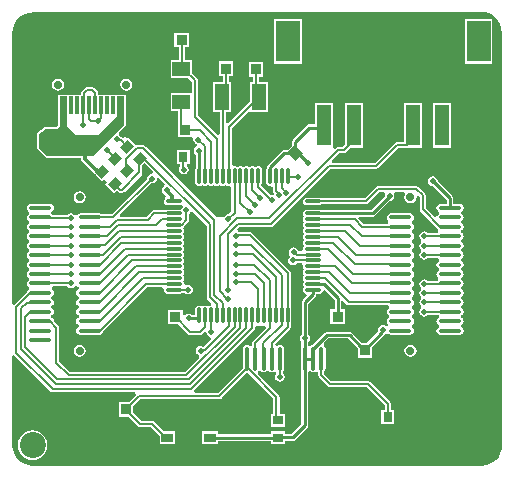
<source format=gbl>
G04*
G04 #@! TF.GenerationSoftware,Altium Limited,Altium Designer,21.5.1 (32)*
G04*
G04 Layer_Physical_Order=2*
G04 Layer_Color=16711680*
%FSLAX25Y25*%
%MOIN*%
G70*
G04*
G04 #@! TF.SameCoordinates,7B5D3A8B-CDFD-4B31-A324-F985B6E4613D*
G04*
G04*
G04 #@! TF.FilePolarity,Positive*
G04*
G01*
G75*
%ADD10C,0.01000*%
%ADD14C,0.00800*%
%ADD15R,0.03800X0.03500*%
%ADD16R,0.03150X0.03347*%
%ADD17R,0.03500X0.03800*%
%ADD18R,0.03347X0.03150*%
%ADD37C,0.01300*%
%ADD38O,0.03150X0.07087*%
%ADD39C,0.02756*%
%ADD40C,0.02756*%
%ADD41C,0.08661*%
%ADD42C,0.02000*%
%ADD43R,0.04724X0.13780*%
%ADD44R,0.07874X0.13780*%
%ADD45R,0.04724X0.08661*%
%ADD46R,0.01181X0.05906*%
%ADD47O,0.05512X0.01181*%
%ADD48O,0.01181X0.05512*%
%ADD49O,0.01575X0.07874*%
%ADD50O,0.07874X0.01378*%
%ADD51R,0.03937X0.02953*%
G04:AMPARAMS|DCode=52|XSize=31.5mil|YSize=33.47mil|CornerRadius=0mil|HoleSize=0mil|Usage=FLASHONLY|Rotation=135.000|XOffset=0mil|YOffset=0mil|HoleType=Round|Shape=Rectangle|*
%AMROTATEDRECTD52*
4,1,4,0.02297,0.00070,-0.00070,-0.02297,-0.02297,-0.00070,0.00070,0.02297,0.02297,0.00070,0.0*
%
%ADD52ROTATEDRECTD52*%

%ADD53R,0.05906X0.04724*%
G04:AMPARAMS|DCode=54|XSize=38mil|YSize=35mil|CornerRadius=0mil|HoleSize=0mil|Usage=FLASHONLY|Rotation=315.000|XOffset=0mil|YOffset=0mil|HoleType=Round|Shape=Rectangle|*
%AMROTATEDRECTD54*
4,1,4,-0.02581,0.00106,-0.00106,0.02581,0.02581,-0.00106,0.00106,-0.02581,-0.02581,0.00106,0.0*
%
%ADD54ROTATEDRECTD54*%

G36*
X38300Y120856D02*
Y114600D01*
X28100Y104400D01*
X12700D01*
X10100Y107000D01*
X10100Y111743D01*
X12519Y113400D01*
X16200D01*
X17100Y114300D01*
Y121210D01*
X19400D01*
Y114400D01*
X22400Y111400D01*
X29700D01*
X36000Y117700D01*
Y121210D01*
X37946Y121210D01*
X38300Y120856D01*
D02*
G37*
G36*
X52016Y95074D02*
X51806Y94294D01*
X51446Y94054D01*
X51093Y93524D01*
X50969Y92900D01*
X51093Y92276D01*
X51446Y91746D01*
X51976Y91393D01*
X52290Y90925D01*
X52119Y90166D01*
X51920Y90032D01*
X51657Y89639D01*
X51564Y89174D01*
X51657Y88709D01*
X51920Y88316D01*
X52313Y88052D01*
X52778Y87960D01*
X54053D01*
X54358Y87900D01*
X54943D01*
X55248Y87960D01*
X57109D01*
X57542Y88046D01*
X57643Y87938D01*
X57931Y87464D01*
X57641Y87030D01*
X57517Y86406D01*
X57238Y86425D01*
X57109Y86451D01*
X52778D01*
X52313Y86358D01*
X52106Y86220D01*
X48500D01*
X48110Y86142D01*
X47779Y85921D01*
X45851Y83992D01*
X37149D01*
X36881Y84639D01*
X47459Y95217D01*
X47700Y95169D01*
X48324Y95293D01*
X48853Y95647D01*
X49207Y96176D01*
X49326Y96774D01*
X49439Y96851D01*
X49984Y97106D01*
X52016Y95074D01*
D02*
G37*
G36*
X65996Y81094D02*
Y57184D01*
X66074Y56794D01*
X66295Y56463D01*
X67518Y55240D01*
X67430Y54895D01*
X67230Y54538D01*
X66880Y54469D01*
X66487Y54206D01*
X66235D01*
X65841Y54469D01*
X65376Y54561D01*
X64912Y54469D01*
X64518Y54206D01*
X64266D01*
X63872Y54469D01*
X63408Y54561D01*
X62943Y54469D01*
X62550Y54206D01*
X62286Y53812D01*
X62194Y53347D01*
Y51422D01*
X61075D01*
X61054Y51454D01*
X60524Y51807D01*
X59900Y51931D01*
X59276Y51807D01*
X58746Y51454D01*
X58600Y51234D01*
X57900Y51447D01*
Y52850D01*
X52900D01*
Y48150D01*
X56458D01*
X59629Y44979D01*
X59960Y44758D01*
X60350Y44680D01*
X63700D01*
X64090Y44758D01*
X64421Y44979D01*
X65183Y45741D01*
X65499Y45676D01*
X65896Y45464D01*
X65993Y44976D01*
X66347Y44447D01*
X66876Y44093D01*
X67198Y44029D01*
X67460Y43301D01*
X64849Y40690D01*
X64524Y40907D01*
X63900Y41031D01*
X63276Y40907D01*
X62747Y40554D01*
X62393Y40024D01*
X62269Y39400D01*
X62393Y38776D01*
X62747Y38247D01*
X63276Y37893D01*
X63280Y37892D01*
X63511Y37132D01*
X58698Y32320D01*
X20322D01*
X16820Y35822D01*
Y47094D01*
X16742Y47484D01*
X16521Y47815D01*
X14964Y49372D01*
X14895Y49716D01*
X14610Y50142D01*
X14184Y50427D01*
X14165Y50431D01*
Y51144D01*
X14184Y51148D01*
X14610Y51433D01*
X14895Y51859D01*
X14995Y52362D01*
X14895Y52865D01*
X14610Y53291D01*
X14184Y53576D01*
X14165Y53580D01*
Y54294D01*
X14184Y54298D01*
X14610Y54583D01*
X14895Y55009D01*
X14995Y55512D01*
X14895Y56015D01*
X14610Y56441D01*
X14184Y56726D01*
X14165Y56730D01*
Y57443D01*
X14184Y57447D01*
X14610Y57732D01*
X14895Y58158D01*
X14995Y58661D01*
X14895Y59164D01*
X14610Y59591D01*
X14441Y59704D01*
X14390Y60470D01*
X14402Y60507D01*
X14764Y60836D01*
X19387D01*
X19446Y60747D01*
X19976Y60393D01*
X20600Y60269D01*
X21224Y60393D01*
X21754Y60747D01*
X21912Y60983D01*
X22705Y61000D01*
X22720Y60988D01*
X22791Y60882D01*
X23111Y60668D01*
X23236Y60565D01*
Y59879D01*
X23217Y59876D01*
X22791Y59591D01*
X22506Y59164D01*
X22406Y58661D01*
X22506Y58158D01*
X22791Y57732D01*
X23217Y57447D01*
X23236Y57443D01*
Y56730D01*
X23217Y56726D01*
X22791Y56441D01*
X22506Y56015D01*
X22406Y55512D01*
X22506Y55009D01*
X22791Y54583D01*
X23217Y54298D01*
X23236Y54294D01*
Y53580D01*
X23217Y53576D01*
X22791Y53291D01*
X22506Y52865D01*
X22406Y52362D01*
X22506Y51859D01*
X22791Y51433D01*
X23217Y51148D01*
X23236Y51144D01*
Y50431D01*
X23217Y50427D01*
X22791Y50142D01*
X22506Y49716D01*
X22406Y49213D01*
X22506Y48710D01*
X22791Y48283D01*
X23217Y47998D01*
X23236Y47995D01*
Y47281D01*
X23217Y47277D01*
X22791Y46992D01*
X22506Y46566D01*
X22406Y46063D01*
X22506Y45560D01*
X22791Y45134D01*
X23217Y44849D01*
X23720Y44749D01*
X30217D01*
X30720Y44849D01*
X31146Y45134D01*
X31431Y45560D01*
X31499Y45904D01*
X46191Y60595D01*
X51138D01*
X51280Y60462D01*
X51614Y59895D01*
X51564Y59646D01*
X51657Y59182D01*
X51920Y58788D01*
X52313Y58525D01*
X52778Y58433D01*
X57109D01*
X57573Y58525D01*
X57835Y58700D01*
X58511D01*
X58547Y58647D01*
X59076Y58293D01*
X59700Y58169D01*
X60324Y58293D01*
X60853Y58647D01*
X61207Y59176D01*
X61331Y59800D01*
X61207Y60424D01*
X60853Y60953D01*
X60324Y61307D01*
X59700Y61431D01*
X59076Y61307D01*
X58960Y61230D01*
X58323Y61615D01*
X58230Y62080D01*
X58018Y62599D01*
X58230Y63119D01*
X58323Y63583D01*
X58230Y64048D01*
X58018Y64568D01*
X58230Y65087D01*
X58323Y65552D01*
X58230Y66017D01*
X58018Y66536D01*
X58230Y67056D01*
X58323Y67520D01*
X58230Y67985D01*
X57967Y68379D01*
Y68631D01*
X58230Y69024D01*
X58323Y69489D01*
X58230Y69954D01*
X57967Y70347D01*
Y70599D01*
X58230Y70993D01*
X58323Y71457D01*
X58230Y71922D01*
X57967Y72316D01*
Y72568D01*
X58230Y72961D01*
X58323Y73426D01*
X58230Y73891D01*
X57967Y74284D01*
Y74536D01*
X58230Y74930D01*
X58323Y75394D01*
X58230Y75859D01*
X57967Y76253D01*
Y76505D01*
X58230Y76898D01*
X58323Y77363D01*
X58230Y77828D01*
X57967Y78221D01*
Y78473D01*
X58230Y78867D01*
X58323Y79331D01*
X58230Y79796D01*
X58214Y79821D01*
X58029Y80272D01*
X58379Y80737D01*
X59787Y82145D01*
X60008Y82476D01*
X60085Y82866D01*
Y85108D01*
X60302Y85252D01*
X60520Y85580D01*
X61314Y85777D01*
X65996Y81094D01*
D02*
G37*
G36*
X85648Y47025D02*
X81379Y42756D01*
X81158Y42425D01*
X81080Y42035D01*
Y41139D01*
X80437Y40944D01*
X80431Y40944D01*
X80305Y40990D01*
X79906Y41256D01*
X79365Y41364D01*
X78823Y41256D01*
X78364Y40950D01*
X78058Y40491D01*
X77950Y39950D01*
Y33650D01*
X77960Y33602D01*
X69778Y25420D01*
X61920D01*
X61630Y26120D01*
X81845Y46335D01*
X82066Y46666D01*
X82144Y47056D01*
Y47065D01*
X82241Y47725D01*
X85358D01*
X85648Y47025D01*
D02*
G37*
G36*
X157059Y152409D02*
X157488Y152324D01*
X158162Y152261D01*
X158806Y152198D01*
X160073Y151814D01*
X161241Y151189D01*
X162265Y150349D01*
X163106Y149325D01*
X163730Y148157D01*
X164114Y146889D01*
X164178Y146246D01*
X164240Y145571D01*
X164233Y145500D01*
X164233Y144875D01*
X164233Y7880D01*
X164309Y7496D01*
X164214Y6528D01*
X163830Y5261D01*
X163205Y4093D01*
X162365Y3069D01*
X161341Y2228D01*
X160173Y1604D01*
X158905Y1220D01*
X157622Y1093D01*
X157480Y1122D01*
X7948D01*
X7865Y1138D01*
Y1138D01*
X7861Y1134D01*
X6547Y1264D01*
X5279Y1648D01*
X4111Y2273D01*
X3087Y3113D01*
X2247Y4137D01*
X1622Y5305D01*
X1238Y6572D01*
X1118Y7785D01*
X1122Y7800D01*
Y37603D01*
X1641Y37821D01*
X1822Y37837D01*
X13879Y25779D01*
X14210Y25558D01*
X14600Y25480D01*
X42149D01*
X42439Y24780D01*
X40058Y22400D01*
X36650D01*
Y17400D01*
X39908D01*
X43129Y14179D01*
X43460Y13958D01*
X43850Y13880D01*
X47399D01*
X50245Y11034D01*
Y8324D01*
X55382D01*
Y12476D01*
X51687D01*
X48542Y15621D01*
X48211Y15842D01*
X47821Y15920D01*
X44272D01*
X41350Y18842D01*
Y20808D01*
X43922Y23380D01*
X70200D01*
X70590Y23458D01*
X70921Y23679D01*
X79506Y32264D01*
X79532Y32269D01*
X88180Y23621D01*
Y18349D01*
X87327D01*
Y13999D01*
X91873D01*
Y18349D01*
X90220D01*
Y24043D01*
X90142Y24433D01*
X89921Y24764D01*
X82945Y31740D01*
X83063Y32612D01*
X83121Y32650D01*
X83876D01*
X84335Y32344D01*
X84876Y32236D01*
X85418Y32344D01*
X85877Y32650D01*
X86632D01*
X87091Y32344D01*
X87632Y32236D01*
X88174Y32344D01*
X88297Y32426D01*
X88997Y32209D01*
X89081Y32129D01*
X89132Y31915D01*
X89112Y31801D01*
X88793Y31324D01*
X88669Y30700D01*
X88793Y30076D01*
X89147Y29546D01*
X89676Y29193D01*
X90300Y29069D01*
X90924Y29193D01*
X91453Y29546D01*
X91807Y30076D01*
X91931Y30700D01*
X91807Y31324D01*
X91453Y31854D01*
X91387Y31898D01*
Y32649D01*
X91388Y32650D01*
X91695Y33109D01*
X91803Y33650D01*
Y39950D01*
X91695Y40491D01*
X91388Y40950D01*
X90930Y41256D01*
X90388Y41364D01*
X89847Y41256D01*
X89388Y40950D01*
X89316D01*
X88818Y41466D01*
X88806Y41701D01*
X93610Y46505D01*
X93831Y46836D01*
X93909Y47226D01*
Y48330D01*
X94057Y48552D01*
X94149Y49017D01*
Y53347D01*
X94057Y53812D01*
X93955Y53964D01*
Y65365D01*
X93877Y65755D01*
X93656Y66086D01*
X81021Y78721D01*
X80690Y78942D01*
X80300Y79020D01*
X76855D01*
X76424Y79307D01*
X76370Y79318D01*
X76140Y80077D01*
X76730Y80667D01*
X78013D01*
X78078Y80680D01*
X87300D01*
X87690Y80758D01*
X88021Y80979D01*
X107122Y100080D01*
X122500D01*
X122890Y100158D01*
X123221Y100379D01*
X129833Y106991D01*
X132680D01*
X132779Y107010D01*
X137605D01*
Y121990D01*
X131680D01*
Y109030D01*
X129410D01*
X129020Y108952D01*
X128689Y108731D01*
X122078Y102120D01*
X107834D01*
X107566Y102766D01*
X110191Y105391D01*
X111695D01*
X112085Y105468D01*
X112416Y105689D01*
X113737Y107010D01*
X117920D01*
Y121990D01*
X111995D01*
Y108152D01*
X111273Y107430D01*
X109768D01*
X109378Y107352D01*
X109047Y107131D01*
X108671Y106755D01*
X108077Y107151D01*
Y121990D01*
X102153D01*
Y114922D01*
X100200D01*
X100200Y114922D01*
X99771Y114836D01*
X99407Y114593D01*
X99407Y114593D01*
X94607Y109793D01*
X94364Y109429D01*
X94278Y109000D01*
X94278Y109000D01*
Y107714D01*
X92986Y106422D01*
X91700D01*
X91700Y106422D01*
X91271Y106336D01*
X90907Y106093D01*
X86272Y101458D01*
X86028Y101094D01*
X85943Y100664D01*
X85943Y100664D01*
Y100320D01*
X85908Y100268D01*
X85816Y99804D01*
Y95473D01*
X85908Y95009D01*
X86172Y94615D01*
X86565Y94352D01*
X87030Y94259D01*
X87279Y94309D01*
X87846Y93976D01*
X87979Y93834D01*
Y92526D01*
X88056Y92136D01*
X88258Y91834D01*
X88209Y91638D01*
X88018Y91168D01*
X87700Y91231D01*
X87292Y91150D01*
X84185Y94257D01*
Y94965D01*
X84214Y95009D01*
X84307Y95473D01*
Y99804D01*
X84214Y100268D01*
X83951Y100662D01*
X83557Y100925D01*
X83093Y101018D01*
X82628Y100925D01*
X82235Y100662D01*
X81983D01*
X81589Y100925D01*
X81124Y101018D01*
X80660Y100925D01*
X80266Y100662D01*
X80014D01*
X79620Y100925D01*
X79156Y101018D01*
X78691Y100925D01*
X78298Y100662D01*
X78046D01*
X77652Y100925D01*
X77187Y101018D01*
X76723Y100925D01*
X76329Y100662D01*
X76077D01*
X75683Y100925D01*
X75219Y101018D01*
X74970Y100968D01*
X74403Y101302D01*
X74270Y101444D01*
Y113526D01*
X79995Y119251D01*
X80434Y119069D01*
Y119069D01*
X86358D01*
Y128931D01*
X83320D01*
Y130700D01*
X84650D01*
Y135700D01*
X79950D01*
Y130700D01*
X81280D01*
Y128931D01*
X80434D01*
Y122573D01*
X73001Y115141D01*
X72302Y115431D01*
Y119069D01*
X73966D01*
Y128931D01*
X73420D01*
Y130900D01*
X74750D01*
Y135900D01*
X70050D01*
Y130900D01*
X71380D01*
Y128931D01*
X68042D01*
Y119069D01*
X70262D01*
Y111570D01*
X69562Y111280D01*
X63020Y117822D01*
Y129502D01*
X62942Y129893D01*
X62721Y130223D01*
X61053Y131892D01*
Y136374D01*
X58620D01*
Y140650D01*
X60100D01*
Y145350D01*
X55100D01*
Y140650D01*
X56580D01*
Y136374D01*
X53947D01*
Y130450D01*
X59611D01*
X60980Y129080D01*
Y125350D01*
X53947D01*
Y119426D01*
X56480D01*
Y115250D01*
X56300D01*
Y110550D01*
X60904D01*
X61495Y109931D01*
X61469Y109800D01*
X61593Y109176D01*
X61946Y108647D01*
X62476Y108293D01*
X62757Y108237D01*
Y107523D01*
X62676Y107507D01*
X62147Y107153D01*
X61793Y106624D01*
X61669Y106000D01*
X61793Y105376D01*
X62147Y104847D01*
X62286Y104753D01*
Y100268D01*
X62194Y99804D01*
Y95473D01*
X62286Y95009D01*
X62550Y94615D01*
X62943Y94352D01*
X63408Y94259D01*
X63872Y94352D01*
X64266Y94615D01*
X64518D01*
X64912Y94352D01*
X65376Y94259D01*
X65841Y94352D01*
X66235Y94615D01*
X66487D01*
X66880Y94352D01*
X67345Y94259D01*
X67809Y94352D01*
X68203Y94615D01*
X68455D01*
X68849Y94352D01*
X69313Y94259D01*
X69778Y94352D01*
X70172Y94615D01*
X70424D01*
X70817Y94352D01*
X71282Y94259D01*
X71746Y94352D01*
X72140Y94615D01*
X72392D01*
X72786Y94352D01*
X73250Y94259D01*
X73499Y94309D01*
X74066Y93976D01*
X74199Y93834D01*
Y85829D01*
X73270Y84900D01*
X73112Y84931D01*
X72488Y84807D01*
X71959Y84453D01*
X71605Y83924D01*
X69324D01*
X69221Y83821D01*
X45421Y107621D01*
X45090Y107842D01*
X44700Y107920D01*
X42682D01*
X42291Y107842D01*
X42271Y107829D01*
X39582Y110518D01*
X39382Y110318D01*
X38759Y110941D01*
X38060Y110267D01*
X37936Y110391D01*
X37605Y110612D01*
X37424Y110648D01*
X37154Y111054D01*
X36859Y111250D01*
X36675Y112057D01*
X38759Y114141D01*
X38949Y114600D01*
Y117657D01*
X38952D01*
Y124763D01*
X29726D01*
Y125457D01*
X29648Y125847D01*
X29427Y126178D01*
X28490Y127115D01*
X28159Y127336D01*
X27769Y127413D01*
X26194D01*
X25804Y127336D01*
X25473Y127115D01*
X24239Y125881D01*
X24018Y125550D01*
X23940Y125160D01*
Y124763D01*
X16492D01*
Y121310D01*
X16451Y121210D01*
Y114569D01*
X15931Y114049D01*
X12519D01*
X12341Y113976D01*
X12152Y113936D01*
X9733Y112278D01*
X9699Y112226D01*
X9641Y112202D01*
X9567Y112023D01*
X9462Y111862D01*
X9475Y111801D01*
X9450Y111743D01*
X9451Y107000D01*
X9641Y106541D01*
X12241Y103941D01*
X12700Y103751D01*
X24025D01*
Y103400D01*
X24123Y102912D01*
X24399Y102499D01*
X28274Y98624D01*
X28688Y98347D01*
X28707Y98343D01*
X28889Y98162D01*
X28993Y98092D01*
X31098Y95987D01*
X31668Y96556D01*
X32656Y95568D01*
X32087Y94998D01*
X35163Y91923D01*
X36049Y92809D01*
X36448Y92410D01*
X36779Y92189D01*
X37169Y92112D01*
X37831D01*
X38222Y92189D01*
X38552Y92410D01*
X44229Y98087D01*
X44450Y98417D01*
X44527Y98808D01*
Y101182D01*
X45217Y101873D01*
X48006Y99084D01*
X47750Y98539D01*
X47674Y98426D01*
X47076Y98307D01*
X46547Y97953D01*
X46193Y97424D01*
X46069Y96800D01*
X46084Y96725D01*
X34236Y84878D01*
X31011D01*
X30720Y85072D01*
X30217Y85172D01*
X23720D01*
X23217Y85072D01*
X22791Y84787D01*
X22682Y84624D01*
X21923Y84559D01*
X21872Y84576D01*
X21754Y84754D01*
X21224Y85107D01*
X20600Y85231D01*
X19976Y85107D01*
X19467Y84767D01*
X14624D01*
X14610Y84787D01*
X14184Y85072D01*
X14165Y85076D01*
Y85790D01*
X14184Y85794D01*
X14610Y86079D01*
X14895Y86505D01*
X14995Y87008D01*
X14895Y87511D01*
X14610Y87937D01*
X14184Y88222D01*
X13681Y88322D01*
X7185D01*
X6682Y88222D01*
X6256Y87937D01*
X5971Y87511D01*
X5871Y87008D01*
X5971Y86505D01*
X6256Y86079D01*
X6682Y85794D01*
X6701Y85790D01*
Y85076D01*
X6682Y85072D01*
X6256Y84787D01*
X5971Y84361D01*
X5871Y83858D01*
X5971Y83355D01*
X6256Y82929D01*
X6682Y82644D01*
X6701Y82640D01*
Y81927D01*
X6682Y81923D01*
X6256Y81638D01*
X5971Y81212D01*
X5871Y80709D01*
X5971Y80206D01*
X6256Y79779D01*
X6682Y79495D01*
X6701Y79491D01*
Y78777D01*
X6682Y78773D01*
X6256Y78488D01*
X5971Y78062D01*
X5871Y77559D01*
X5971Y77056D01*
X6256Y76630D01*
X6682Y76345D01*
X6701Y76341D01*
Y75627D01*
X6682Y75624D01*
X6256Y75339D01*
X5971Y74912D01*
X5871Y74409D01*
X5971Y73906D01*
X6256Y73480D01*
X6682Y73195D01*
X6701Y73191D01*
Y72478D01*
X6682Y72474D01*
X6256Y72189D01*
X5971Y71763D01*
X5871Y71260D01*
X5971Y70757D01*
X6256Y70331D01*
X6682Y70046D01*
X6701Y70042D01*
Y69328D01*
X6682Y69324D01*
X6256Y69039D01*
X5971Y68613D01*
X5871Y68110D01*
X5971Y67607D01*
X6256Y67181D01*
X6682Y66896D01*
X6701Y66892D01*
Y66179D01*
X6682Y66175D01*
X6256Y65890D01*
X5971Y65464D01*
X5871Y64961D01*
X5971Y64458D01*
X6256Y64031D01*
X6682Y63747D01*
X6701Y63743D01*
Y63029D01*
X6682Y63025D01*
X6256Y62740D01*
X5971Y62314D01*
X5871Y61811D01*
X5971Y61308D01*
X6256Y60882D01*
X6682Y60597D01*
X6701Y60593D01*
Y59879D01*
X6682Y59876D01*
X6256Y59591D01*
X5971Y59164D01*
X5903Y58821D01*
X1822Y54740D01*
X1641Y54755D01*
X1122Y54973D01*
X1122Y145094D01*
X1191Y145443D01*
X1191D01*
X1187Y145448D01*
X1317Y146762D01*
X1701Y148029D01*
X2326Y149197D01*
X3166Y150221D01*
X4190Y151061D01*
X5358Y151686D01*
X6625Y152070D01*
X7269Y152134D01*
X7943Y152196D01*
X8373Y152281D01*
X8583Y152422D01*
X157040D01*
X157059Y152409D01*
D02*
G37*
%LPC*%
G36*
X23622Y41387D02*
X22850Y41233D01*
X22196Y40796D01*
X21759Y40142D01*
X21605Y39370D01*
X21759Y38598D01*
X22196Y37944D01*
X22850Y37507D01*
X23622Y37353D01*
X24394Y37507D01*
X25048Y37944D01*
X25485Y38598D01*
X25639Y39370D01*
X25485Y40142D01*
X25048Y40796D01*
X24394Y41233D01*
X23622Y41387D01*
D02*
G37*
G36*
X161136Y150065D02*
X152062D01*
Y135085D01*
X161136D01*
Y150065D01*
D02*
G37*
G36*
X97538Y150065D02*
X88464D01*
Y135085D01*
X97538D01*
Y150065D01*
D02*
G37*
G36*
X39100Y130117D02*
X38328Y129963D01*
X37674Y129526D01*
X37237Y128872D01*
X37083Y128100D01*
X37237Y127328D01*
X37674Y126674D01*
X38328Y126237D01*
X39100Y126083D01*
X39872Y126237D01*
X40526Y126674D01*
X40963Y127328D01*
X41117Y128100D01*
X40963Y128872D01*
X40526Y129526D01*
X39872Y129963D01*
X39100Y130117D01*
D02*
G37*
G36*
X16344D02*
X15572Y129963D01*
X14918Y129526D01*
X14481Y128872D01*
X14327Y128100D01*
X14481Y127328D01*
X14918Y126674D01*
X15572Y126237D01*
X16344Y126083D01*
X17116Y126237D01*
X17770Y126674D01*
X18207Y127328D01*
X18361Y128100D01*
X18207Y128872D01*
X17770Y129526D01*
X17116Y129963D01*
X16344Y130117D01*
D02*
G37*
G36*
X147447Y121990D02*
X141523D01*
Y107010D01*
X147447D01*
Y121990D01*
D02*
G37*
G36*
X60349Y106273D02*
X55999D01*
Y101727D01*
X57154D01*
Y100959D01*
X57147Y100953D01*
X56793Y100424D01*
X56669Y99800D01*
X56793Y99176D01*
X57147Y98646D01*
X57676Y98293D01*
X58300Y98169D01*
X58924Y98293D01*
X59453Y98646D01*
X59807Y99176D01*
X59931Y99800D01*
X59807Y100424D01*
X59453Y100953D01*
X59344Y101027D01*
X59494Y101727D01*
X60349D01*
Y106273D01*
D02*
G37*
G36*
X23622Y92568D02*
X22850Y92414D01*
X22196Y91977D01*
X21759Y91323D01*
X21605Y90551D01*
X21759Y89779D01*
X22196Y89125D01*
X22850Y88688D01*
X23622Y88534D01*
X24394Y88688D01*
X25048Y89125D01*
X25485Y89779D01*
X25639Y90551D01*
X25485Y91323D01*
X25048Y91977D01*
X24394Y92414D01*
X23622Y92568D01*
D02*
G37*
G36*
X141300Y97531D02*
X140676Y97407D01*
X140147Y97053D01*
X139793Y96524D01*
X139669Y95900D01*
X139793Y95276D01*
X140147Y94747D01*
X140676Y94393D01*
X141300Y94269D01*
X141338Y94276D01*
X145926Y89688D01*
Y88322D01*
X143799D01*
X143296Y88222D01*
X142870Y87937D01*
X142585Y87511D01*
X142485Y87008D01*
X142585Y86505D01*
X142870Y86079D01*
X143296Y85794D01*
X143315Y85790D01*
Y85076D01*
X143296Y85072D01*
X142870Y84787D01*
X142585Y84361D01*
X142584Y84356D01*
X141824Y84125D01*
X138920Y87030D01*
Y91200D01*
X138842Y91590D01*
X138621Y91921D01*
X136521Y94021D01*
X136190Y94242D01*
X135800Y94320D01*
X123100D01*
X122710Y94242D01*
X122379Y94021D01*
X118552Y90194D01*
X104182D01*
X104030Y90295D01*
X103565Y90388D01*
X99235D01*
X98770Y90295D01*
X98376Y90032D01*
X98113Y89639D01*
X98021Y89174D01*
X98113Y88709D01*
X98376Y88316D01*
X98770Y88052D01*
X99235Y87960D01*
X103565D01*
X104030Y88052D01*
X104182Y88154D01*
X118974D01*
X119364Y88232D01*
X119695Y88453D01*
X123522Y92280D01*
X125056D01*
X125430Y91580D01*
X125393Y91524D01*
X125269Y90900D01*
X125276Y90862D01*
X120772Y86359D01*
X104030D01*
X103565Y86451D01*
X99235D01*
X98770Y86358D01*
X98376Y86095D01*
X98113Y85702D01*
X98021Y85237D01*
X98113Y84772D01*
X98325Y84253D01*
X98113Y83733D01*
X98021Y83268D01*
X98113Y82804D01*
X98325Y82284D01*
X98113Y81765D01*
X98021Y81300D01*
X98113Y80835D01*
X98376Y80442D01*
Y80190D01*
X98113Y79796D01*
X98021Y79331D01*
X98113Y78867D01*
X98376Y78473D01*
Y78221D01*
X98113Y77828D01*
X98021Y77363D01*
X98113Y76898D01*
X98376Y76505D01*
Y76253D01*
X98113Y75859D01*
X98021Y75394D01*
X98113Y74930D01*
X98376Y74536D01*
Y74284D01*
X98113Y73891D01*
X98021Y73426D01*
X98070Y73177D01*
X97737Y72610D01*
X97595Y72477D01*
X96496D01*
X96407Y72924D01*
X96053Y73453D01*
X95524Y73807D01*
X94900Y73931D01*
X94276Y73807D01*
X93747Y73453D01*
X93393Y72924D01*
X93269Y72300D01*
X93393Y71676D01*
X93524Y71480D01*
X93546Y70653D01*
X93193Y70124D01*
X93069Y69500D01*
X93193Y68876D01*
X93546Y68347D01*
X94076Y67993D01*
X94700Y67869D01*
X95324Y67993D01*
X95854Y68347D01*
X95939Y68475D01*
X97599D01*
X97743Y68338D01*
X98071Y67775D01*
X98021Y67520D01*
X98113Y67056D01*
X98325Y66536D01*
X98113Y66017D01*
X98021Y65552D01*
X98113Y65087D01*
X98325Y64568D01*
X98113Y64048D01*
X98021Y63583D01*
X98113Y63119D01*
X98376Y62725D01*
Y62473D01*
X98113Y62080D01*
X98021Y61615D01*
X98113Y61150D01*
X98376Y60757D01*
Y60505D01*
X98113Y60111D01*
X98021Y59646D01*
X98113Y59182D01*
X98376Y58788D01*
X98770Y58525D01*
X99086Y58462D01*
X99425Y57811D01*
X97907Y56293D01*
X97664Y55929D01*
X97578Y55500D01*
X97578Y55500D01*
Y44775D01*
X97546Y44754D01*
X97193Y44224D01*
X97069Y43600D01*
X97193Y42976D01*
X97534Y42465D01*
Y40768D01*
X97349Y40491D01*
X97241Y39950D01*
Y33650D01*
X97349Y33109D01*
X97534Y32832D01*
Y15021D01*
X94135Y11622D01*
X91873D01*
Y12601D01*
X87327D01*
Y11522D01*
X69555D01*
Y12476D01*
X64418D01*
Y8324D01*
X69555D01*
Y9278D01*
X87327D01*
Y8251D01*
X91873D01*
Y9378D01*
X94600D01*
X94600Y9378D01*
X95029Y9464D01*
X95393Y9707D01*
X99449Y13763D01*
X99449Y13763D01*
X99692Y14127D01*
X99778Y14556D01*
Y32339D01*
X100167Y32530D01*
X100478Y32606D01*
X100871Y32344D01*
X101412Y32236D01*
X101953Y32344D01*
X102352Y32610D01*
X102469Y32652D01*
X102515Y32654D01*
X103148Y32157D01*
Y31332D01*
X103226Y30942D01*
X103447Y30611D01*
X106379Y27679D01*
X106710Y27458D01*
X107100Y27380D01*
X119178D01*
X125206Y21352D01*
Y19673D01*
X124051D01*
Y15127D01*
X128401D01*
Y19673D01*
X127246D01*
Y21774D01*
X127168Y22164D01*
X126947Y22495D01*
X120321Y29121D01*
X119990Y29342D01*
X119600Y29420D01*
X107522D01*
X105187Y31755D01*
Y32679D01*
X105475Y33109D01*
X105582Y33650D01*
Y39950D01*
X105475Y40491D01*
X105168Y40950D01*
X105060Y41022D01*
X104922Y41874D01*
X106527Y43478D01*
X113135D01*
X116250Y40364D01*
Y37100D01*
X120950D01*
Y40514D01*
X125302Y44866D01*
X125302Y44866D01*
X125319Y44892D01*
X125324Y44893D01*
X125854Y45246D01*
X126532Y45002D01*
X126761Y44849D01*
X127264Y44749D01*
X133760D01*
X134263Y44849D01*
X134689Y45134D01*
X134974Y45560D01*
X135074Y46063D01*
X134974Y46566D01*
X134689Y46992D01*
X134263Y47277D01*
X134244Y47281D01*
Y47995D01*
X134263Y47998D01*
X134689Y48283D01*
X134974Y48710D01*
X135074Y49213D01*
X134974Y49716D01*
X134689Y50142D01*
X134263Y50427D01*
X134244Y50431D01*
Y51144D01*
X134263Y51148D01*
X134689Y51433D01*
X134974Y51859D01*
X135074Y52362D01*
X134974Y52865D01*
X134689Y53291D01*
X134263Y53576D01*
X134244Y53580D01*
Y54294D01*
X134263Y54298D01*
X134689Y54583D01*
X134974Y55009D01*
X135074Y55512D01*
X134974Y56015D01*
X134689Y56441D01*
X134263Y56726D01*
X134244Y56730D01*
Y57443D01*
X134263Y57447D01*
X134689Y57732D01*
X134974Y58158D01*
X135074Y58661D01*
X134974Y59164D01*
X134689Y59591D01*
X134263Y59876D01*
X134244Y59879D01*
Y60593D01*
X134263Y60597D01*
X134689Y60882D01*
X134974Y61308D01*
X135074Y61811D01*
X134974Y62314D01*
X134689Y62740D01*
X134263Y63025D01*
X134244Y63029D01*
Y63743D01*
X134263Y63747D01*
X134689Y64031D01*
X134974Y64458D01*
X135074Y64961D01*
X134974Y65464D01*
X134689Y65890D01*
X134263Y66175D01*
X134244Y66179D01*
Y66892D01*
X134263Y66896D01*
X134689Y67181D01*
X134974Y67607D01*
X135074Y68110D01*
X134974Y68613D01*
X134689Y69039D01*
X134263Y69324D01*
X134244Y69328D01*
Y70042D01*
X134263Y70046D01*
X134689Y70331D01*
X134974Y70757D01*
X135074Y71260D01*
X134974Y71763D01*
X134689Y72189D01*
X134263Y72474D01*
X134244Y72478D01*
Y73191D01*
X134263Y73195D01*
X134689Y73480D01*
X134974Y73906D01*
X135074Y74409D01*
X134974Y74912D01*
X134689Y75339D01*
X134263Y75624D01*
X134244Y75627D01*
Y76341D01*
X134263Y76345D01*
X134689Y76630D01*
X134974Y77056D01*
X135074Y77559D01*
X134974Y78062D01*
X134689Y78488D01*
X134263Y78773D01*
X134244Y78777D01*
Y79491D01*
X134263Y79495D01*
X134689Y79779D01*
X134974Y80206D01*
X135074Y80709D01*
X134974Y81212D01*
X134689Y81638D01*
X134263Y81923D01*
X134244Y81927D01*
Y82640D01*
X134263Y82644D01*
X134689Y82929D01*
X134974Y83355D01*
X135074Y83858D01*
X134974Y84361D01*
X134689Y84788D01*
X134263Y85072D01*
X133760Y85172D01*
X127264D01*
X126761Y85072D01*
X126335Y84788D01*
X126050Y84361D01*
X125950Y83858D01*
X126050Y83355D01*
X126335Y82929D01*
X126435Y82862D01*
X126496Y82037D01*
X126162Y81728D01*
X118214D01*
X116526Y83415D01*
X116816Y84115D01*
X121237D01*
X121237Y84115D01*
X121666Y84201D01*
X122030Y84444D01*
X126862Y89276D01*
X126900Y89269D01*
X127524Y89393D01*
X128053Y89746D01*
X128407Y90276D01*
X128531Y90900D01*
X128407Y91524D01*
X128370Y91580D01*
X128744Y92280D01*
X131793D01*
X132167Y91580D01*
X131995Y91323D01*
X131842Y90551D01*
X131995Y89779D01*
X132432Y89125D01*
X133087Y88688D01*
X133858Y88534D01*
X134630Y88688D01*
X135284Y89125D01*
X135722Y89779D01*
X135875Y90551D01*
X135858Y90637D01*
X136502Y90987D01*
X136880Y90691D01*
Y86608D01*
X136958Y86218D01*
X137179Y85887D01*
X142517Y80549D01*
X142585Y80206D01*
X142870Y79779D01*
X142939Y79733D01*
X143004Y78893D01*
X142689Y78599D01*
X139757D01*
X139654Y78754D01*
X139124Y79107D01*
X138500Y79231D01*
X137876Y79107D01*
X137346Y78754D01*
X136993Y78224D01*
X136869Y77600D01*
X136993Y76976D01*
X137346Y76446D01*
X137460Y76371D01*
Y75529D01*
X137346Y75454D01*
X136993Y74924D01*
X136869Y74300D01*
X136993Y73676D01*
X137231Y73319D01*
X137302Y72850D01*
X137231Y72381D01*
X136993Y72024D01*
X136869Y71400D01*
X136993Y70776D01*
X137346Y70246D01*
X137876Y69893D01*
X138500Y69769D01*
X139124Y69893D01*
X139654Y70246D01*
X139696Y70310D01*
X142900D01*
X143296Y70046D01*
X143315Y70042D01*
Y69328D01*
X143296Y69324D01*
X142870Y69039D01*
X142585Y68613D01*
X142485Y68110D01*
X142585Y67607D01*
X142870Y67181D01*
X143296Y66896D01*
X143315Y66892D01*
Y66179D01*
X143296Y66175D01*
X142870Y65890D01*
X142585Y65464D01*
X142485Y64961D01*
X142585Y64458D01*
X142870Y64031D01*
X143131Y63857D01*
X143168Y63215D01*
X143135Y63076D01*
X142741Y62725D01*
X139673D01*
X139654Y62753D01*
X139124Y63107D01*
X138500Y63231D01*
X137876Y63107D01*
X137346Y62753D01*
X136993Y62224D01*
X136869Y61600D01*
X136993Y60976D01*
X137346Y60447D01*
Y59754D01*
X136993Y59224D01*
X136869Y58600D01*
X136993Y57976D01*
X137346Y57446D01*
Y56653D01*
X136993Y56124D01*
X136869Y55500D01*
X136993Y54876D01*
X137346Y54347D01*
Y53553D01*
X136993Y53024D01*
X136869Y52400D01*
X136993Y51776D01*
X137346Y51247D01*
X137876Y50893D01*
X138500Y50769D01*
X139124Y50893D01*
X139654Y51247D01*
X139730Y51362D01*
X142977D01*
X143296Y51148D01*
X143315Y51144D01*
Y50431D01*
X143296Y50427D01*
X142870Y50142D01*
X142585Y49716D01*
X142485Y49213D01*
X142585Y48710D01*
X142870Y48283D01*
X143296Y47998D01*
X143315Y47995D01*
Y47281D01*
X143296Y47277D01*
X142870Y46992D01*
X142585Y46566D01*
X142485Y46063D01*
X142585Y45560D01*
X142870Y45134D01*
X143296Y44849D01*
X143799Y44749D01*
X150295D01*
X150798Y44849D01*
X151225Y45134D01*
X151509Y45560D01*
X151610Y46063D01*
X151509Y46566D01*
X151225Y46992D01*
X150798Y47277D01*
X150779Y47281D01*
Y47995D01*
X150798Y47998D01*
X151225Y48283D01*
X151509Y48710D01*
X151610Y49213D01*
X151509Y49716D01*
X151225Y50142D01*
X150798Y50427D01*
X150779Y50431D01*
Y51144D01*
X150798Y51148D01*
X151225Y51433D01*
X151509Y51859D01*
X151610Y52362D01*
X151509Y52865D01*
X151225Y53291D01*
X150798Y53576D01*
X150779Y53580D01*
Y54294D01*
X150798Y54298D01*
X151225Y54583D01*
X151509Y55009D01*
X151610Y55512D01*
X151509Y56015D01*
X151225Y56441D01*
X150798Y56726D01*
X150779Y56730D01*
Y57443D01*
X150798Y57447D01*
X151225Y57732D01*
X151509Y58158D01*
X151610Y58661D01*
X151509Y59164D01*
X151225Y59591D01*
X150798Y59876D01*
X150779Y59879D01*
Y60593D01*
X150798Y60597D01*
X151225Y60882D01*
X151509Y61308D01*
X151610Y61811D01*
X151509Y62314D01*
X151225Y62740D01*
X150798Y63025D01*
X150779Y63029D01*
Y63743D01*
X150798Y63746D01*
X151225Y64031D01*
X151509Y64458D01*
X151610Y64961D01*
X151509Y65464D01*
X151225Y65890D01*
X150798Y66175D01*
X150779Y66179D01*
Y66892D01*
X150798Y66896D01*
X151225Y67181D01*
X151509Y67607D01*
X151610Y68110D01*
X151509Y68613D01*
X151225Y69039D01*
X150798Y69324D01*
X150779Y69328D01*
Y70042D01*
X150798Y70046D01*
X151225Y70331D01*
X151509Y70757D01*
X151610Y71260D01*
X151509Y71763D01*
X151225Y72189D01*
X150798Y72474D01*
X150779Y72478D01*
Y73191D01*
X150798Y73195D01*
X151225Y73480D01*
X151509Y73906D01*
X151610Y74410D01*
X151509Y74912D01*
X151225Y75339D01*
X150798Y75624D01*
X150779Y75627D01*
Y76341D01*
X150798Y76345D01*
X151225Y76630D01*
X151509Y77056D01*
X151610Y77559D01*
X151509Y78062D01*
X151225Y78488D01*
X150798Y78773D01*
X150779Y78777D01*
Y79491D01*
X150798Y79495D01*
X151225Y79779D01*
X151509Y80206D01*
X151610Y80709D01*
X151509Y81212D01*
X151225Y81638D01*
X150798Y81923D01*
X150779Y81927D01*
Y82640D01*
X150798Y82644D01*
X151225Y82929D01*
X151509Y83355D01*
X151610Y83858D01*
X151509Y84361D01*
X151225Y84787D01*
X150798Y85072D01*
X150779Y85076D01*
Y85790D01*
X150798Y85794D01*
X151225Y86079D01*
X151509Y86505D01*
X151610Y87008D01*
X151509Y87511D01*
X151225Y87937D01*
X150798Y88222D01*
X150295Y88322D01*
X148169D01*
Y90153D01*
X148083Y90582D01*
X147840Y90946D01*
X147840Y90946D01*
X142924Y95862D01*
X142931Y95900D01*
X142807Y96524D01*
X142454Y97053D01*
X141924Y97407D01*
X141300Y97531D01*
D02*
G37*
G36*
X133858Y41387D02*
X133087Y41233D01*
X132432Y40796D01*
X131995Y40142D01*
X131842Y39370D01*
X131995Y38598D01*
X132432Y37944D01*
X133087Y37507D01*
X133858Y37353D01*
X134630Y37507D01*
X135284Y37944D01*
X135722Y38598D01*
X135875Y39370D01*
X135722Y40142D01*
X135284Y40796D01*
X134630Y41233D01*
X133858Y41387D01*
D02*
G37*
G36*
X7874Y12847D02*
X6587Y12678D01*
X5387Y12181D01*
X4357Y11391D01*
X3567Y10361D01*
X3070Y9161D01*
X2901Y7874D01*
X3070Y6587D01*
X3567Y5387D01*
X4357Y4357D01*
X5387Y3567D01*
X6587Y3070D01*
X7874Y2901D01*
X9161Y3070D01*
X10361Y3567D01*
X11391Y4357D01*
X12181Y5387D01*
X12678Y6587D01*
X12847Y7874D01*
X12678Y9161D01*
X12181Y10361D01*
X11391Y11391D01*
X10361Y12181D01*
X9161Y12678D01*
X7874Y12847D01*
D02*
G37*
%LPD*%
G36*
X108578Y56435D02*
Y53150D01*
X107200D01*
Y48450D01*
X112200D01*
Y53150D01*
X110822D01*
Y55822D01*
X111468Y56090D01*
X112767Y54791D01*
X113098Y54570D01*
X113488Y54492D01*
X126470D01*
X126761Y54298D01*
X126780Y54294D01*
Y53580D01*
X126761Y53576D01*
X126335Y53291D01*
X126050Y52865D01*
X125950Y52362D01*
X126050Y51859D01*
X126335Y51433D01*
X126761Y51148D01*
X126780Y51144D01*
Y50431D01*
X126761Y50427D01*
X126335Y50142D01*
X126050Y49716D01*
X125950Y49213D01*
X126050Y48710D01*
X126335Y48283D01*
X126220Y47679D01*
X125854Y47554D01*
X125324Y47907D01*
X124700Y48031D01*
X124076Y47907D01*
X123547Y47554D01*
X123193Y47024D01*
X123069Y46400D01*
X123167Y45904D01*
X119364Y42100D01*
X117686D01*
X114393Y45393D01*
X114029Y45636D01*
X113600Y45722D01*
X113600Y45722D01*
X106062D01*
X105633Y45636D01*
X105269Y45393D01*
X105269Y45393D01*
X101198Y41322D01*
X100871Y41256D01*
X100478Y40994D01*
X100167Y41070D01*
X99778Y41261D01*
Y42396D01*
X99853Y42447D01*
X100207Y42976D01*
X100331Y43600D01*
X100207Y44224D01*
X99853Y44754D01*
X99822Y44775D01*
Y55035D01*
X102135Y57349D01*
X102135Y57349D01*
X102378Y57713D01*
X102463Y58142D01*
Y58433D01*
X103565D01*
X104030Y58525D01*
X104424Y58788D01*
X104687Y59182D01*
X104713Y59311D01*
X105456Y59558D01*
X108578Y56435D01*
D02*
G37*
D10*
X102915Y113800D02*
X103815Y112900D01*
X95294Y105406D02*
X96294D01*
X66987Y10400D02*
X89574D01*
X89600Y10426D01*
X89674Y10500D01*
X94600D01*
X98656Y14556D02*
Y36800D01*
X94600Y10500D02*
X98656Y14556D01*
X109700Y50800D02*
Y56900D01*
X105020Y61580D02*
X109700Y56900D01*
X101435Y61580D02*
X105020D01*
X118600Y39750D02*
X124509Y45659D01*
Y46209D02*
X124700Y46400D01*
X124509Y45659D02*
Y46209D01*
X117350Y41000D02*
X118600Y39750D01*
X63408Y50384D02*
Y51182D01*
X63324Y50300D02*
X63408Y50384D01*
X59900Y50300D02*
X63324D01*
X96294Y105406D02*
X99800Y101900D01*
X63300Y106000D02*
X63408Y105892D01*
Y97639D02*
Y105892D01*
X95400Y107280D02*
Y109000D01*
X95294Y105406D02*
Y107174D01*
X95400Y107280D01*
Y109000D02*
X100200Y113800D01*
X91700Y105300D02*
X93420D01*
X100200Y113800D02*
X102915D01*
X87064Y97673D02*
Y100664D01*
X91700Y105300D01*
X93420D02*
X93526Y105406D01*
X98700Y55500D02*
X101342Y58142D01*
X98700Y43600D02*
Y55500D01*
X98656Y36800D02*
Y43556D01*
X98700Y43600D01*
X101400Y61615D02*
X101435Y61580D01*
X101342Y58142D02*
Y59563D01*
X101400Y59621D01*
Y59646D01*
X118600Y39600D02*
Y39750D01*
X141300Y95900D02*
X147047Y90153D01*
Y87008D02*
Y90153D01*
X101400Y85237D02*
X121237D01*
X126900Y90900D01*
X98700Y36800D02*
X101412D01*
X117200Y41000D02*
X117350D01*
X113600Y44600D02*
X117200Y41000D01*
X106062Y44600D02*
X113600D01*
X101412Y36800D02*
Y39950D01*
X106062Y44600D01*
X87030Y97639D02*
X87064Y97673D01*
X93526Y105406D02*
X95294D01*
D14*
X106700Y101100D02*
X122500D01*
X129410Y108010D02*
X132680D01*
X122500Y101100D02*
X129410Y108010D01*
X134643Y109972D02*
Y114500D01*
X132680Y108010D02*
X134643Y109972D01*
X37215Y109670D02*
X39513Y107373D01*
X39513D01*
X36230Y109670D02*
X37215D01*
X36000Y109900D02*
X36230Y109670D01*
X29831Y116100D02*
X30675Y116943D01*
X35368Y103255D02*
Y103532D01*
X32600Y106300D02*
X35368Y103532D01*
X24700Y114600D02*
X24769Y114669D01*
Y121210D01*
X27400Y116100D02*
X29831D01*
X30675Y121210D02*
X30675Y121210D01*
X30675Y116943D02*
Y121210D01*
X26738Y116762D02*
X27400Y116100D01*
X26738Y116762D02*
Y121210D01*
X27769Y126394D02*
X28706Y125457D01*
X26194Y126394D02*
X27769D01*
X28706Y121210D02*
Y125457D01*
X24960Y125160D02*
X26194Y126394D01*
X24960Y121400D02*
Y125160D01*
X24769Y121210D02*
X24960Y121400D01*
X43500Y24400D02*
X70200D01*
X79365Y33565D01*
X39000Y19900D02*
X43500Y24400D01*
X39000Y19750D02*
Y19900D01*
X79980Y33263D02*
X89200Y24043D01*
Y16574D02*
Y24043D01*
X79365Y33860D02*
X79962Y33263D01*
X79980D01*
X79365Y33860D02*
Y36800D01*
X47821Y14900D02*
X52321Y10400D01*
X39000Y19750D02*
X43850Y14900D01*
X47821D01*
X52321Y10400D02*
X52813D01*
X89200Y16574D02*
X89600Y16174D01*
X14600Y26500D02*
X60568D01*
X81124Y47056D01*
X60008Y29900D02*
X77200Y47092D01*
X15600Y28300D02*
X60388D01*
X79156Y47068D01*
X59120Y31300D02*
X75219Y47399D01*
X19900Y31300D02*
X59120D01*
X16000Y29900D02*
X60008D01*
X2500Y38600D02*
X14600Y26500D01*
X4000Y39900D02*
X15600Y28300D01*
X5400Y40500D02*
X16000Y29900D01*
X15800Y35400D02*
X19900Y31300D01*
X81124Y47056D02*
Y51182D01*
X77200Y47092D02*
Y51169D01*
X79156Y47068D02*
Y51182D01*
X15800Y35400D02*
Y47094D01*
X107100Y28400D02*
X119600D01*
X104168Y31332D02*
Y36800D01*
Y31332D02*
X107100Y28400D01*
X119600D02*
X126226Y21774D01*
Y17400D02*
Y21774D01*
X48500Y85200D02*
X54906D01*
X54943Y85237D01*
X46273Y82973D02*
X48500Y85200D01*
X45153Y87153D02*
X54891D01*
X45100Y87100D02*
X45153Y87153D01*
X54891D02*
X54943Y87205D01*
X39066Y103285D02*
X42682Y106900D01*
X39066Y98797D02*
Y103285D01*
X37831Y93131D02*
X43508Y98808D01*
X35232Y95068D02*
X37169Y93131D01*
X35232Y95068D02*
X35232D01*
X37169Y93131D02*
X37831D01*
X105417Y63583D02*
X113488Y55512D01*
X101400Y63583D02*
X105417D01*
X113488Y55512D02*
X130512D01*
X94700Y69500D02*
X94705Y69494D01*
X101394D01*
X75219Y85407D02*
Y97639D01*
X72900Y59800D02*
Y78279D01*
X76308Y81687D02*
X78013D01*
X72900Y78279D02*
X76308Y81687D01*
X70400Y77759D02*
X76141Y83500D01*
X86858D01*
X70400Y60747D02*
Y77759D01*
X73112Y83300D02*
X75219Y85407D01*
X59066Y82866D02*
Y86323D01*
X59148Y86406D01*
X45154Y103378D02*
X67016Y81516D01*
X43647Y103378D02*
X45154D01*
X67016Y57184D02*
Y81516D01*
X20595Y68105D02*
X20600Y68100D01*
X10438Y68105D02*
X20595D01*
X10463Y71230D02*
X20570D01*
X20600Y71200D01*
X10463Y64930D02*
X20570D01*
X20600Y64900D01*
X43508Y98808D02*
Y103238D01*
X43647Y103378D01*
X47600Y96800D02*
X47700D01*
X34658Y83858D02*
X47600Y96800D01*
X2500Y53976D02*
X7185Y58661D01*
X2500Y38600D02*
Y53976D01*
X5400Y50577D02*
X6996Y52173D01*
X5400Y40500D02*
Y50577D01*
X4000Y53496D02*
X5905Y55401D01*
X4000Y39900D02*
Y53496D01*
X57573Y81373D02*
X59066Y82866D01*
X54943Y81300D02*
X55016Y81373D01*
X57573D01*
X68500Y58128D02*
Y83100D01*
X44700Y106900D02*
X68500Y83100D01*
X42682Y106900D02*
X44700D01*
X60350Y45700D02*
X63700D01*
X55550Y50500D02*
X60350Y45700D01*
X63700D02*
X65376Y47376D01*
Y51182D01*
X55400Y50500D02*
X55550D01*
X67418Y45682D02*
X67500Y45600D01*
X67418Y45682D02*
Y51109D01*
X67345Y51182D02*
X67418Y51109D01*
X87300Y81700D02*
X106700Y101100D01*
X86858Y83500D02*
X109768Y106410D01*
X78026Y81700D02*
X87300D01*
X109768Y106410D02*
X111695D01*
X101400Y89174D02*
X118974D01*
X111695Y106410D02*
X113657Y108372D01*
X118974Y89174D02*
X123100Y93300D01*
X92935Y97576D02*
Y97639D01*
X93111Y97400D02*
X96400D01*
X92935Y97576D02*
X93111Y97400D01*
X65400Y102660D02*
Y107500D01*
X65388Y102648D02*
X65400Y102660D01*
X63128Y109772D02*
X65400Y107500D01*
X58174Y100126D02*
Y104000D01*
Y100126D02*
X58300Y100000D01*
Y99800D02*
Y100000D01*
X65206Y39605D02*
X73250Y47650D01*
X63900Y39400D02*
X64105Y39605D01*
X65206D01*
X75219Y47399D02*
Y51182D01*
X137900Y86608D02*
X143799Y80709D01*
X138500Y77600D02*
X138521Y77579D01*
X135800Y93300D02*
X137900Y91200D01*
X123100Y93300D02*
X135800D01*
X143799Y80709D02*
X147047D01*
X137900Y86608D02*
Y91200D01*
X138521Y77579D02*
X147027D01*
X147047Y77559D01*
X101400Y83268D02*
X115232D01*
X117791Y80709D01*
X113857Y81300D02*
X117598Y77559D01*
X101400Y81300D02*
X113857D01*
X77187Y88713D02*
Y97639D01*
Y88713D02*
X80400Y85500D01*
X79156Y90844D02*
Y97639D01*
Y90844D02*
X82000Y88000D01*
X26969Y83858D02*
X34658D01*
X10478Y61856D02*
X20556D01*
X20595Y74405D02*
X20600Y74400D01*
X10453Y77579D02*
X20580D01*
X10544Y83748D02*
X20452D01*
X20546Y80654D02*
X20600Y80600D01*
X10438Y74405D02*
X20595D01*
X20580Y77579D02*
X20600Y77600D01*
X20452Y83748D02*
X20600Y83600D01*
X20556Y61856D02*
X20600Y61900D01*
X10487Y80654D02*
X20546D01*
X10433Y71260D02*
X10463Y71230D01*
X10433Y68110D02*
X10438Y68105D01*
X10433Y80709D02*
X10487Y80654D01*
X10433Y74409D02*
X10438Y74405D01*
X10433Y77559D02*
X10453Y77579D01*
X10433Y83858D02*
X10544Y83748D01*
X10433Y61811D02*
X10478Y61856D01*
X10433Y64961D02*
X10463Y64930D01*
X83166Y93834D02*
X87400Y89600D01*
X87700D01*
X83166Y93834D02*
Y97566D01*
X81124Y92876D02*
X83600Y90400D01*
X73250Y47650D02*
Y51182D01*
X50968Y83268D02*
X54943D01*
X49000Y81300D02*
X50968Y83268D01*
X36500Y81300D02*
X49000D01*
X31490Y71370D02*
X37483Y77363D01*
X27079Y71370D02*
X31490D01*
X26969Y74409D02*
X27047Y74488D01*
X31988D02*
X36832Y79331D01*
X27047Y74488D02*
X31988D01*
X26969Y71260D02*
X27079Y71370D01*
X36832Y79331D02*
X54943D01*
X37483Y77363D02*
X54943D01*
X32759Y77559D02*
X36500Y81300D01*
X26969Y77559D02*
X32759D01*
X33709Y80709D02*
X35973Y82973D01*
X26969Y80709D02*
X33709D01*
X35973Y82973D02*
X46273D01*
X37495Y75394D02*
X54943D01*
X30210Y68110D02*
X37495Y75394D01*
X26969Y68110D02*
X30210D01*
X38826Y73426D02*
X45720D01*
X30361Y64961D02*
X38826Y73426D01*
X26969Y64961D02*
X30361D01*
X30405Y62000D02*
X39863Y71457D01*
X54943D01*
X67016Y57184D02*
X69313Y54887D01*
Y51182D02*
Y54887D01*
X72800Y56800D02*
X72900Y56700D01*
X72800Y56800D02*
Y56800D01*
X70418Y59182D02*
X72800Y56800D01*
X70418Y59182D02*
Y60729D01*
X68500Y58128D02*
X71282Y55346D01*
Y51182D02*
Y55346D01*
X130512Y42913D02*
X137867D01*
X138233Y43279D02*
X138558D01*
X137867Y42913D02*
X138233Y43279D01*
X117791Y80709D02*
X130512D01*
X94900Y72300D02*
X95225D01*
X96067Y71457D01*
X101400D01*
X83093Y97639D02*
X83166Y97566D01*
X62000Y117400D02*
Y129502D01*
X58091Y133412D02*
X62000Y129502D01*
Y117400D02*
X69313Y110087D01*
Y97639D02*
Y110087D01*
X65388Y97650D02*
Y102648D01*
X58800Y112900D02*
X63600D01*
X65376Y97639D02*
X65388Y97650D01*
X67345Y97639D02*
X67400Y97694D01*
X63600Y112900D02*
X67400Y109100D01*
Y97694D02*
Y109100D01*
X57500Y114200D02*
X58800Y112900D01*
X73250Y97639D02*
Y113948D01*
X82712Y123409D02*
Y124000D01*
X73250Y113948D02*
X82712Y123409D01*
X71282Y97639D02*
Y123594D01*
X72400Y124712D01*
X82300Y124412D02*
X82712Y124000D01*
X82300Y124412D02*
Y133200D01*
X72400Y124712D02*
Y133400D01*
X10433Y49213D02*
X13681D01*
X15800Y47094D01*
X6996Y52173D02*
X10244D01*
X10433Y52362D01*
X75800Y78000D02*
X80300D01*
X75600Y77800D02*
X75800Y78000D01*
X75600Y74700D02*
X80800D01*
X75500Y74600D02*
X75600Y74700D01*
X75800Y68100D02*
X81800D01*
X75800Y71500D02*
X81500D01*
X45720Y73426D02*
X54943D01*
X45720Y73426D02*
X45720Y73426D01*
X30281Y58661D02*
X41109Y69489D01*
X54943D01*
X30217Y52362D02*
X43406Y65552D01*
X54943D01*
X30217Y55512D02*
X42225Y67520D01*
X54943D01*
X90967Y93548D02*
X92430Y92085D01*
X88998Y92526D02*
X89900Y91625D01*
X92430Y91900D02*
Y92085D01*
X89900Y91300D02*
Y91625D01*
X90300Y30900D02*
X90368Y30968D01*
X90300Y30700D02*
Y30900D01*
X90368Y30968D02*
Y36800D01*
X55016Y59719D02*
X59619D01*
X54943Y59646D02*
X55016Y59719D01*
X59619D02*
X59700Y59800D01*
X70400Y60747D02*
X70418Y60729D01*
X75100Y62200D02*
X80800D01*
X75200Y65100D02*
X81900D01*
X78013Y81687D02*
X78026Y81700D01*
X92935Y51182D02*
Y65365D01*
X80300Y78000D02*
X92935Y65365D01*
X81800Y68100D02*
X87030Y62870D01*
X81500Y71500D02*
X89100Y63900D01*
X80800Y62200D02*
X83093Y59907D01*
Y51182D02*
Y59907D01*
X113657Y108372D02*
Y112900D01*
X80800Y74700D02*
X90967Y64533D01*
Y51182D02*
Y64533D01*
X81900Y65100D02*
X85061Y61939D01*
X87030Y51182D02*
Y62870D01*
X89100Y53718D02*
Y63900D01*
X85061Y51182D02*
Y61939D01*
X89071Y53690D02*
X89100Y53718D01*
X88998Y51182D02*
X89071Y51255D01*
Y53690D01*
X87030Y46965D02*
Y51182D01*
X92889Y51136D02*
X92935Y51182D01*
X90967Y93548D02*
Y97639D01*
X88998Y92526D02*
Y97639D01*
X81124Y92876D02*
Y97639D01*
X101394Y69494D02*
X101400Y69489D01*
X117598Y77559D02*
X130512D01*
X116891Y74409D02*
X130512D01*
X111969Y79331D02*
X116891Y74409D01*
X101400Y79331D02*
X111969D01*
X101400Y77363D02*
X109737D01*
X115840Y71260D02*
X130512D01*
X109737Y77363D02*
X115840Y71260D01*
X108106Y75394D02*
X115300Y68200D01*
X130422D01*
X101400Y75394D02*
X108106D01*
X114739Y64961D02*
X130512D01*
X101400Y73426D02*
X106274D01*
X114739Y64961D01*
X108580Y67520D02*
X114289Y61811D01*
X101400Y67520D02*
X108580D01*
X114289Y61811D02*
X130512D01*
X113539Y58661D02*
X130512D01*
X101400Y65552D02*
X106648D01*
X113539Y58661D01*
X90894Y51109D02*
X90967Y51182D01*
X139300Y52400D02*
X139319Y52381D01*
X147028D02*
X147047Y52362D01*
X139319Y52381D02*
X147028D01*
X139000Y55500D02*
X139006Y55506D01*
X147041D02*
X147047Y55512D01*
X139006Y55506D02*
X147041D01*
X139300Y58600D02*
X139331Y58631D01*
X147017D02*
X147047Y58661D01*
X139331Y58631D02*
X147017D01*
X139000Y61600D02*
X139105Y61705D01*
X146942D02*
X147047Y61811D01*
X139105Y61705D02*
X146942D01*
X138870Y71330D02*
X146977D01*
X147047Y71260D01*
X139155Y74355D02*
X146993D01*
X147047Y74410D01*
X57500Y133412D02*
X58091D01*
X57500Y114200D02*
Y122388D01*
Y133412D02*
X57600Y133512D01*
Y143000D01*
X82100Y42035D02*
X87030Y46965D01*
X82100Y36800D02*
Y42035D01*
X77187Y51182D02*
X77200Y51169D01*
X7000Y55300D02*
X7212Y55512D01*
X6899Y55401D02*
X7000Y55300D01*
X5905Y55401D02*
X6899D01*
X7212Y55512D02*
X10433D01*
X7185Y58661D02*
X10433D01*
X90894Y47975D02*
Y51109D01*
X92889Y47226D02*
Y51136D01*
X84856Y36800D02*
Y41937D01*
X87612Y41949D02*
X92889Y47226D01*
X87612Y36800D02*
Y41949D01*
X84856Y41937D02*
X90894Y47975D01*
X130422Y68200D02*
X130512Y68110D01*
X26969Y58661D02*
X30281D01*
X26969Y55512D02*
X30217D01*
X26969Y52362D02*
X30217D01*
X27157Y62000D02*
X30405D01*
X26969Y61811D02*
X27157Y62000D01*
X30217Y49213D02*
X44587Y63583D01*
X26969Y49213D02*
X30217D01*
X44587Y63583D02*
X54943D01*
X26969Y46063D02*
X30217D01*
X45768Y61615D01*
X54943D01*
D15*
X58800Y112900D02*
D03*
X51900D02*
D03*
X57600Y143000D02*
D03*
X64500D02*
D03*
X109700Y50800D02*
D03*
X102800D02*
D03*
X48500Y50500D02*
D03*
X55400D02*
D03*
D16*
X131974Y17400D02*
D03*
X126226D02*
D03*
X58174Y104000D02*
D03*
X52426D02*
D03*
D17*
X72400Y133400D02*
D03*
Y140300D02*
D03*
X82300Y133200D02*
D03*
Y140100D02*
D03*
X118600Y39600D02*
D03*
Y32700D02*
D03*
X39000Y13000D02*
D03*
Y19900D02*
D03*
D18*
X89600Y10426D02*
D03*
Y16174D02*
D03*
D37*
X102915Y113800D02*
X104415D01*
X105115Y114500D01*
X31098Y99063D02*
X31168Y99132D01*
X29328Y99525D02*
X29790Y99063D01*
X29175Y99525D02*
X29328D01*
X25300Y103400D02*
X29175Y99525D01*
X25300Y103400D02*
Y105222D01*
X29790Y99063D02*
X31098D01*
X18562Y105983D02*
X24539D01*
X25300Y105222D01*
X54358Y89174D02*
X54943D01*
X54298Y89233D02*
Y91013D01*
X52600Y92711D02*
X54298Y91013D01*
Y89233D02*
X54358Y89174D01*
X52600Y92711D02*
Y92900D01*
X18651Y109377D02*
X18973Y109700D01*
X18605Y109377D02*
X18651D01*
D38*
X10714Y142391D02*
D03*
X44769Y142391D02*
D03*
X10714Y126013D02*
D03*
X44769D02*
D03*
D39*
X16344Y128100D02*
D03*
X39100D02*
D03*
D40*
X23622Y90551D02*
D03*
Y39370D02*
D03*
X133858D02*
D03*
Y90551D02*
D03*
D41*
X7874Y7874D02*
D03*
D42*
X36000Y109900D02*
D03*
X29831Y116100D02*
D03*
X32600Y106300D02*
D03*
X24700Y114600D02*
D03*
X79682Y19100D02*
D03*
X112134Y103871D02*
D03*
X105500Y56500D02*
D03*
X94700Y69500D02*
D03*
X112989Y18900D02*
D03*
X62300Y82600D02*
D03*
X73112Y83300D02*
D03*
X121200Y88400D02*
D03*
X45100Y87100D02*
D03*
X59148Y86406D02*
D03*
X19675Y53400D02*
D03*
X20600Y68100D02*
D03*
Y71200D02*
D03*
Y64900D02*
D03*
X19675Y45860D02*
D03*
X89500Y71800D02*
D03*
X86000Y75300D02*
D03*
X83400Y77900D02*
D03*
X45500Y112200D02*
D03*
X138900Y81500D02*
D03*
X140700Y87900D02*
D03*
X124700Y46400D02*
D03*
X123300Y51500D02*
D03*
X67300Y90700D02*
D03*
X72600D02*
D03*
X86900Y93000D02*
D03*
X47700Y96800D02*
D03*
X41200Y41050D02*
D03*
X47300D02*
D03*
Y37100D02*
D03*
X41200D02*
D03*
X109288Y18900D02*
D03*
X112989Y15537D02*
D03*
X109288D02*
D03*
X72079Y19100D02*
D03*
X75880D02*
D03*
Y15537D02*
D03*
X72079D02*
D03*
X102100Y45500D02*
D03*
X83136Y46231D02*
D03*
X58300Y99800D02*
D03*
X59900Y50300D02*
D03*
X67500Y45600D02*
D03*
X110800Y95400D02*
D03*
X123400Y83900D02*
D03*
X99800Y101900D02*
D03*
X96400Y97400D02*
D03*
X63300Y106000D02*
D03*
X89044Y116628D02*
D03*
X98700Y43600D02*
D03*
X63900Y39400D02*
D03*
X111854Y33693D02*
D03*
X141300Y95900D02*
D03*
X124134Y99571D02*
D03*
X138500Y77600D02*
D03*
X126900Y90900D02*
D03*
X52600Y92900D02*
D03*
X19675Y49630D02*
D03*
X18562Y105983D02*
D03*
X15200Y106200D02*
D03*
X15300Y109900D02*
D03*
X20600Y61900D02*
D03*
Y77600D02*
D03*
Y80600D02*
D03*
Y74400D02*
D03*
Y83600D02*
D03*
X79682Y15537D02*
D03*
X87700Y89600D02*
D03*
X83600Y90400D02*
D03*
X72900Y59800D02*
D03*
X47300Y45000D02*
D03*
X111840Y39200D02*
D03*
X138558Y43279D02*
D03*
X94900Y72300D02*
D03*
X80400Y85500D02*
D03*
X82000Y88000D02*
D03*
X105586Y18900D02*
D03*
Y15537D02*
D03*
X41200Y45000D02*
D03*
X63100Y109800D02*
D03*
X75800Y77800D02*
D03*
Y74600D02*
D03*
Y71500D02*
D03*
Y68100D02*
D03*
X89900Y91300D02*
D03*
X92430Y91900D02*
D03*
X90300Y30700D02*
D03*
X72900Y56700D02*
D03*
X59700Y59800D02*
D03*
X75800Y62200D02*
D03*
Y65100D02*
D03*
X138500Y71400D02*
D03*
Y61600D02*
D03*
Y55500D02*
D03*
Y74300D02*
D03*
Y58600D02*
D03*
Y52400D02*
D03*
D43*
X144485Y114500D02*
D03*
X134643D02*
D03*
X124800D02*
D03*
X114957D02*
D03*
X105115D02*
D03*
D44*
X93001Y142575D02*
D03*
X156599Y142575D02*
D03*
D45*
X83396Y124000D02*
D03*
X71004D02*
D03*
D46*
X30675Y121210D02*
D03*
X28706D02*
D03*
X26738D02*
D03*
X24769D02*
D03*
X14533D02*
D03*
X15714D02*
D03*
X17683D02*
D03*
X18864D02*
D03*
X20832D02*
D03*
X22801D02*
D03*
X32643D02*
D03*
X34612D02*
D03*
X36580D02*
D03*
X37761D02*
D03*
X39730D02*
D03*
X40911D02*
D03*
D47*
X54943Y89174D02*
D03*
Y87205D02*
D03*
Y85237D02*
D03*
Y83268D02*
D03*
X54943Y81300D02*
D03*
Y79331D02*
D03*
Y77363D02*
D03*
Y75394D02*
D03*
Y73426D02*
D03*
Y71457D02*
D03*
Y69489D02*
D03*
Y67520D02*
D03*
X54943Y65552D02*
D03*
Y63583D02*
D03*
Y61615D02*
D03*
Y59646D02*
D03*
X101400D02*
D03*
Y61615D02*
D03*
Y63583D02*
D03*
Y65552D02*
D03*
X101400Y67520D02*
D03*
Y69489D02*
D03*
Y71457D02*
D03*
Y73426D02*
D03*
Y75394D02*
D03*
Y77363D02*
D03*
Y79331D02*
D03*
Y81300D02*
D03*
X101400Y83268D02*
D03*
Y85237D02*
D03*
Y87205D02*
D03*
Y89174D02*
D03*
D48*
X63408Y51182D02*
D03*
X65376D02*
D03*
X67345D02*
D03*
X69313D02*
D03*
X71282D02*
D03*
X73250D02*
D03*
X75219D02*
D03*
X77187D02*
D03*
X79156D02*
D03*
X81124D02*
D03*
X83093D02*
D03*
X85061D02*
D03*
X87030D02*
D03*
X88998D02*
D03*
X90967Y51182D02*
D03*
X92935D02*
D03*
Y97639D02*
D03*
X90967D02*
D03*
X88998Y97639D02*
D03*
X87030D02*
D03*
X85061D02*
D03*
X83093D02*
D03*
X81124D02*
D03*
X79156D02*
D03*
X77187D02*
D03*
X75219D02*
D03*
X73250D02*
D03*
X71282D02*
D03*
X69313D02*
D03*
X67345D02*
D03*
X65376D02*
D03*
X63408D02*
D03*
D49*
X90388Y36800D02*
D03*
X82121D02*
D03*
X98656D02*
D03*
X106924D02*
D03*
X79365D02*
D03*
X76609D02*
D03*
X87632D02*
D03*
X84876D02*
D03*
X95900D02*
D03*
X93144D02*
D03*
X101412D02*
D03*
X104168D02*
D03*
D50*
X10433Y42913D02*
D03*
Y46063D02*
D03*
Y49213D02*
D03*
Y52362D02*
D03*
Y55512D02*
D03*
Y58661D02*
D03*
Y61811D02*
D03*
Y64961D02*
D03*
Y68110D02*
D03*
Y71260D02*
D03*
Y74409D02*
D03*
Y77559D02*
D03*
Y80709D02*
D03*
Y83858D02*
D03*
Y87008D02*
D03*
X26969Y42913D02*
D03*
Y46063D02*
D03*
Y49213D02*
D03*
Y52362D02*
D03*
Y55512D02*
D03*
Y58661D02*
D03*
Y61811D02*
D03*
Y64961D02*
D03*
Y68110D02*
D03*
Y71260D02*
D03*
Y74409D02*
D03*
Y77559D02*
D03*
Y80709D02*
D03*
Y83858D02*
D03*
Y87008D02*
D03*
X147047D02*
D03*
Y83858D02*
D03*
Y80709D02*
D03*
Y77559D02*
D03*
Y74410D02*
D03*
Y71260D02*
D03*
X147047Y68110D02*
D03*
X147047Y64961D02*
D03*
Y61811D02*
D03*
Y58661D02*
D03*
Y55512D02*
D03*
Y52362D02*
D03*
Y49213D02*
D03*
Y46063D02*
D03*
Y42913D02*
D03*
X130512Y87008D02*
D03*
Y83858D02*
D03*
Y80709D02*
D03*
Y77559D02*
D03*
Y74409D02*
D03*
Y71260D02*
D03*
Y68110D02*
D03*
Y64961D02*
D03*
Y61811D02*
D03*
Y58661D02*
D03*
Y55512D02*
D03*
Y52362D02*
D03*
Y49213D02*
D03*
Y46063D02*
D03*
Y42913D02*
D03*
D51*
X4800Y109700D02*
D03*
X18973D02*
D03*
X66987Y10400D02*
D03*
X52813D02*
D03*
D52*
X39513Y107373D02*
D03*
X43577Y103308D02*
D03*
X31168Y99132D02*
D03*
X35232Y95068D02*
D03*
X39432Y99190D02*
D03*
X35368Y103255D02*
D03*
D53*
X57500Y133412D02*
D03*
Y122388D02*
D03*
D54*
X95400Y105300D02*
D03*
X90521Y110179D02*
D03*
M02*

</source>
